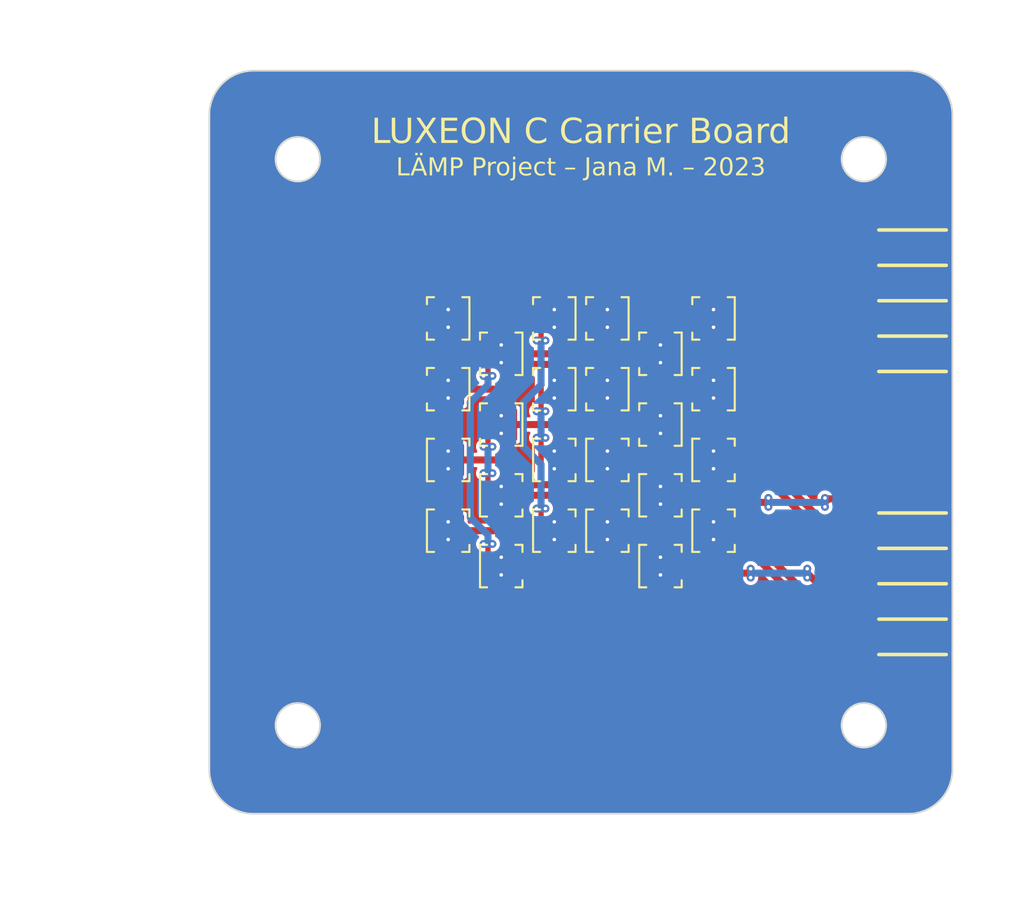
<source format=kicad_pcb>
(kicad_pcb (version 20221018) (generator pcbnew)
  (layers (0 "F.Cu" signal) (31 "B.Cu" signal) (34 "B.Paste" user) (35 "F.Paste" user) (36 "B.SilkS" user "B.Silkscreen") (37 "F.SilkS" user "F.Silkscreen") (38 "B.Mask" user) (39 "F.Mask" user) (44 "Edge.Cuts" user))
  (net 0 "")
  (net 1 "Y+")
  (net 2 "V+")
  (net 3 "W+")
  (net 4 "R+")
  (net 5 "G+")
  (net 6 "B+")
  (net 7 "Net-(P1-Pad2)")
  (net 8 "GND")
  (net 9 "Net-(P2-Pad2)")
  (net 10 "Net-(P3-Pad2)")
  (net 11 "Net-(P10-Pad1)")
  (net 12 "Net-(P11-Pad1)")
  (net 13 "Net-(P12-Pad1)")
  (net 14 "Net-(P13-Pad1)")
  (net 15 "Net-(P14-Pad1)")
  (net 16 "Net-(P15-Pad1)")
  (net 17 "Net-(P10-Pad2)")
  (net 18 "Net-(P11-Pad2)")
  (net 19 "Net-(P12-Pad2)")
  (net 20 "Net-(P13-Pad2)")
  (net 21 "Net-(P14-Pad2)")
  (net 22 "Net-(P15-Pad2)")
  (net 23 "Net-(P16-Pad2)")
  (net 24 "Net-(P17-Pad2)")
  (net 25 "Net-(P18-Pad2)")
  (net 26 "B-")
  (net 27 "G-")
  (net 28 "R-")
  (net 29 "W-")
  (net 30 "V-")
  (net 31 "Y-")
  (footprint "otter:CONN_1x06_SMD_SIDE" (layer "F.Cu") (at 93.75 67 180)
    (fp_text reference "J1" hide)
    (fp_text value "Pos")
    (fp_line (start -1.905 -4) (end 1.905 -4) (stroke (width 0.2)) (layer "F.SilkS"))
    (fp_line (start -1.905 -2) (end 1.905 -2) (stroke (width 0.2)) (layer "F.SilkS"))
    (fp_line (start -1.905 0) (end 1.905 0) (stroke (width 0.2)) (layer "F.SilkS"))
    (fp_line (start -1.905 2) (end 1.905 2) (stroke (width 0.2)) (layer "F.SilkS"))
    (fp_line (start -1.905 4) (end 1.905 4) (stroke (width 0.2)) (layer "F.SilkS"))
    (pad "1" smd roundrect (at 0 -5 180) (size 3.81 1.524) (layers "F.Cu" "F.Paste" "F.Mask") (net 1 "Y+"))
    (pad "2" smd roundrect (at 0 -3 180) (size 3.81 1.524) (layers "F.Cu" "F.Paste" "F.Mask") (net 2 "V+"))
    (pad "3" smd roundrect (at 0 -1 180) (size 3.81 1.524) (layers "F.Cu" "F.Paste" "F.Mask") (net 3 "W+"))
    (pad "4" smd roundrect (at 0 1 180) (size 3.81 1.524) (layers "F.Cu" "F.Paste" "F.Mask") (net 4 "R+"))
    (pad "5" smd roundrect (at 0 3 180) (size 3.81 1.524) (layers "F.Cu" "F.Paste" "F.Mask") (net 5 "G+"))
    (pad "6" smd roundrect (at 0 5 180) (size 3.81 1.524) (layers "F.Cu" "F.Paste" "F.Mask") (net 6 "B+"))
  )
  (footprint "otter:luxeon-c" (layer "F.Cu") (at 79.5 70 180)
    (fp_text reference "P4" hide)
    (fp_text value "luxeon-c")
    (fp_line (start -1.2 -1.2) (end -1.2 1.2) (stroke (width 0.12)) (layer "F.SilkS"))
    (fp_line (start -1.2 -1.2) (end -0.8 -1.2) (stroke (width 0.12)) (layer "F.SilkS"))
    (fp_line (start -0.8 1.2) (end -1.2 1.2) (stroke (width 0.12)) (layer "F.SilkS"))
    (fp_line (start 0.8 -1.2) (end 1.2 -1.2) (stroke (width 0.12)) (layer "F.SilkS"))
    (fp_line (start 0.8 1.2) (end 1.2 1.2) (stroke (width 0.12)) (layer "F.SilkS"))
    (fp_line (start 1.2 -0.8) (end 1.2 -1.2) (stroke (width 0.12)) (layer "F.SilkS"))
    (fp_line (start 1.2 0.8) (end 1.2 1.2) (stroke (width 0.12)) (layer "F.SilkS"))
    (pad "1" smd roundrect (at -0.75 0 180) (size 0.3 1.8) (layers "F.Cu" "F.Paste" "F.Mask") (net 4 "R+"))
    (pad "2" smd roundrect (at 0.75 0 180) (size 0.3 1.8) (layers "F.Cu" "F.Paste" "F.Mask") (net 11 "Net-(P10-Pad1)"))
    (pad "3" smd roundrect (at 0 0 180) (size 0.6 1.8) (layers "F.Cu" "F.Paste" "F.Mask") (net 8 "GND"))
  )
  (footprint "otter:luxeon-c" (layer "F.Cu") (at 67.5 68 180)
    (fp_text reference "P12" hide)
    (fp_text value "luxeon-c")
    (fp_line (start -1.2 -1.2) (end -1.2 1.2) (stroke (width 0.12)) (layer "F.SilkS"))
    (fp_line (start -1.2 -1.2) (end -0.8 -1.2) (stroke (width 0.12)) (layer "F.SilkS"))
    (fp_line (start -0.8 1.2) (end -1.2 1.2) (stroke (width 0.12)) (layer "F.SilkS"))
    (fp_line (start 0.8 -1.2) (end 1.2 -1.2) (stroke (width 0.12)) (layer "F.SilkS"))
    (fp_line (start 0.8 1.2) (end 1.2 1.2) (stroke (width 0.12)) (layer "F.SilkS"))
    (fp_line (start 1.2 -0.8) (end 1.2 -1.2) (stroke (width 0.12)) (layer "F.SilkS"))
    (fp_line (start 1.2 0.8) (end 1.2 1.2) (stroke (width 0.12)) (layer "F.SilkS"))
    (pad "1" smd roundrect (at -0.75 0 180) (size 0.3 1.8) (layers "F.Cu" "F.Paste" "F.Mask") (net 13 "Net-(P12-Pad1)"))
    (pad "2" smd roundrect (at 0.75 0 180) (size 0.3 1.8) (layers "F.Cu" "F.Paste" "F.Mask") (net 19 "Net-(P12-Pad2)"))
    (pad "3" smd roundrect (at 0 0 180) (size 0.6 1.8) (layers "F.Cu" "F.Paste" "F.Mask") (net 8 "GND"))
  )
  (footprint "otter:luxeon-c" (layer "F.Cu") (at 70.5 82)
    (fp_text reference "P16" hide)
    (fp_text value "luxeon-c")
    (fp_line (start -1.2 -1.2) (end -1.2 1.2) (stroke (width 0.12)) (layer "F.SilkS"))
    (fp_line (start -1.2 -1.2) (end -0.8 -1.2) (stroke (width 0.12)) (layer "F.SilkS"))
    (fp_line (start -0.8 1.2) (end -1.2 1.2) (stroke (width 0.12)) (layer "F.SilkS"))
    (fp_line (start 0.8 -1.2) (end 1.2 -1.2) (stroke (width 0.12)) (layer "F.SilkS"))
    (fp_line (start 0.8 1.2) (end 1.2 1.2) (stroke (width 0.12)) (layer "F.SilkS"))
    (fp_line (start 1.2 -0.8) (end 1.2 -1.2) (stroke (width 0.12)) (layer "F.SilkS"))
    (fp_line (start 1.2 0.8) (end 1.2 1.2) (stroke (width 0.12)) (layer "F.SilkS"))
    (pad "1" smd roundrect (at -0.75 0) (size 0.3 1.8) (layers "F.Cu" "F.Paste" "F.Mask") (net 17 "Net-(P10-Pad2)"))
    (pad "2" smd roundrect (at 0.75 0) (size 0.3 1.8) (layers "F.Cu" "F.Paste" "F.Mask") (net 23 "Net-(P16-Pad2)"))
    (pad "3" smd roundrect (at 0 0) (size 0.6 1.8) (layers "F.Cu" "F.Paste" "F.Mask") (net 8 "GND"))
  )
  (footprint "otter:luxeon-c" (layer "F.Cu") (at 70.5 78)
    (fp_text reference "P13" hide)
    (fp_text value "luxeon-c")
    (fp_line (start -1.2 -1.2) (end -1.2 1.2) (stroke (width 0.12)) (layer "F.SilkS"))
    (fp_line (start -1.2 -1.2) (end -0.8 -1.2) (stroke (width 0.12)) (layer "F.SilkS"))
    (fp_line (start -0.8 1.2) (end -1.2 1.2) (stroke (width 0.12)) (layer "F.SilkS"))
    (fp_line (start 0.8 -1.2) (end 1.2 -1.2) (stroke (width 0.12)) (layer "F.SilkS"))
    (fp_line (start 0.8 1.2) (end 1.2 1.2) (stroke (width 0.12)) (layer "F.SilkS"))
    (fp_line (start 1.2 -0.8) (end 1.2 -1.2) (stroke (width 0.12)) (layer "F.SilkS"))
    (fp_line (start 1.2 0.8) (end 1.2 1.2) (stroke (width 0.12)) (layer "F.SilkS"))
    (pad "1" smd roundrect (at -0.75 0) (size 0.3 1.8) (layers "F.Cu" "F.Paste" "F.Mask") (net 14 "Net-(P13-Pad1)"))
    (pad "2" smd roundrect (at 0.75 0) (size 0.3 1.8) (layers "F.Cu" "F.Paste" "F.Mask") (net 20 "Net-(P13-Pad2)"))
    (pad "3" smd roundrect (at 0 0) (size 0.6 1.8) (layers "F.Cu" "F.Paste" "F.Mask") (net 8 "GND"))
  )
  (footprint "otter:luxeon-c" (layer "F.Cu") (at 76.5 76)
    (fp_text reference "P21" hide)
    (fp_text value "luxeon-c")
    (fp_line (start -1.2 -1.2) (end -1.2 1.2) (stroke (width 0.12)) (layer "F.SilkS"))
    (fp_line (start -1.2 -1.2) (end -0.8 -1.2) (stroke (width 0.12)) (layer "F.SilkS"))
    (fp_line (start -0.8 1.2) (end -1.2 1.2) (stroke (width 0.12)) (layer "F.SilkS"))
    (fp_line (start 0.8 -1.2) (end 1.2 -1.2) (stroke (width 0.12)) (layer "F.SilkS"))
    (fp_line (start 0.8 1.2) (end 1.2 1.2) (stroke (width 0.12)) (layer "F.SilkS"))
    (fp_line (start 1.2 -0.8) (end 1.2 -1.2) (stroke (width 0.12)) (layer "F.SilkS"))
    (fp_line (start 1.2 0.8) (end 1.2 1.2) (stroke (width 0.12)) (layer "F.SilkS"))
    (pad "1" smd roundrect (at -0.75 0) (size 0.3 1.8) (layers "F.Cu" "F.Paste" "F.Mask") (net 22 "Net-(P15-Pad2)"))
    (pad "2" smd roundrect (at 0.75 0) (size 0.3 1.8) (layers "F.Cu" "F.Paste" "F.Mask") (net 29 "W-"))
    (pad "3" smd roundrect (at 0 0) (size 0.6 1.8) (layers "F.Cu" "F.Paste" "F.Mask") (net 8 "GND"))
  )
  (footprint "otter:luxeon-c" (layer "F.Cu") (at 70.5 70 180)
    (fp_text reference "P10" hide)
    (fp_text value "luxeon-c")
    (fp_line (start -1.2 -1.2) (end -1.2 1.2) (stroke (width 0.12)) (layer "F.SilkS"))
    (fp_line (start -1.2 -1.2) (end -0.8 -1.2) (stroke (width 0.12)) (layer "F.SilkS"))
    (fp_line (start -0.8 1.2) (end -1.2 1.2) (stroke (width 0.12)) (layer "F.SilkS"))
    (fp_line (start 0.8 -1.2) (end 1.2 -1.2) (stroke (width 0.12)) (layer "F.SilkS"))
    (fp_line (start 0.8 1.2) (end 1.2 1.2) (stroke (width 0.12)) (layer "F.SilkS"))
    (fp_line (start 1.2 -0.8) (end 1.2 -1.2) (stroke (width 0.12)) (layer "F.SilkS"))
    (fp_line (start 1.2 0.8) (end 1.2 1.2) (stroke (width 0.12)) (layer "F.SilkS"))
    (pad "1" smd roundrect (at -0.75 0 180) (size 0.3 1.8) (layers "F.Cu" "F.Paste" "F.Mask") (net 11 "Net-(P10-Pad1)"))
    (pad "2" smd roundrect (at 0.75 0 180) (size 0.3 1.8) (layers "F.Cu" "F.Paste" "F.Mask") (net 17 "Net-(P10-Pad2)"))
    (pad "3" smd roundrect (at 0 0 180) (size 0.6 1.8) (layers "F.Cu" "F.Paste" "F.Mask") (net 8 "GND"))
  )
  (footprint "otter:luxeon-c" (layer "F.Cu") (at 82.5 72 180)
    (fp_text reference "P2" hide)
    (fp_text value "luxeon-c")
    (fp_line (start -1.2 -1.2) (end -1.2 1.2) (stroke (width 0.12)) (layer "F.SilkS"))
    (fp_line (start -1.2 -1.2) (end -0.8 -1.2) (stroke (width 0.12)) (layer "F.SilkS"))
    (fp_line (start -0.8 1.2) (end -1.2 1.2) (stroke (width 0.12)) (layer "F.SilkS"))
    (fp_line (start 0.8 -1.2) (end 1.2 -1.2) (stroke (width 0.12)) (layer "F.SilkS"))
    (fp_line (start 0.8 1.2) (end 1.2 1.2) (stroke (width 0.12)) (layer "F.SilkS"))
    (fp_line (start 1.2 -0.8) (end 1.2 -1.2) (stroke (width 0.12)) (layer "F.SilkS"))
    (fp_line (start 1.2 0.8) (end 1.2 1.2) (stroke (width 0.12)) (layer "F.SilkS"))
    (pad "1" smd roundrect (at -0.75 0 180) (size 0.3 1.8) (layers "F.Cu" "F.Paste" "F.Mask") (net 2 "V+"))
    (pad "2" smd roundrect (at 0.75 0 180) (size 0.3 1.8) (layers "F.Cu" "F.Paste" "F.Mask") (net 9 "Net-(P2-Pad2)"))
    (pad "3" smd roundrect (at 0 0 180) (size 0.6 1.8) (layers "F.Cu" "F.Paste" "F.Mask") (net 8 "GND"))
  )
  (footprint "otter:luxeon-c" (layer "F.Cu") (at 79.5 74 180)
    (fp_text reference "P1" hide)
    (fp_text value "luxeon-c")
    (fp_line (start -1.2 -1.2) (end -1.2 1.2) (stroke (width 0.12)) (layer "F.SilkS"))
    (fp_line (start -1.2 -1.2) (end -0.8 -1.2) (stroke (width 0.12)) (layer "F.SilkS"))
    (fp_line (start -0.8 1.2) (end -1.2 1.2) (stroke (width 0.12)) (layer "F.SilkS"))
    (fp_line (start 0.8 -1.2) (end 1.2 -1.2) (stroke (width 0.12)) (layer "F.SilkS"))
    (fp_line (start 0.8 1.2) (end 1.2 1.2) (stroke (width 0.12)) (layer "F.SilkS"))
    (fp_line (start 1.2 -0.8) (end 1.2 -1.2) (stroke (width 0.12)) (layer "F.SilkS"))
    (fp_line (start 1.2 0.8) (end 1.2 1.2) (stroke (width 0.12)) (layer "F.SilkS"))
    (pad "1" smd roundrect (at -0.75 0 180) (size 0.3 1.8) (layers "F.Cu" "F.Paste" "F.Mask") (net 1 "Y+"))
    (pad "2" smd roundrect (at 0.75 0 180) (size 0.3 1.8) (layers "F.Cu" "F.Paste" "F.Mask") (net 7 "Net-(P1-Pad2)"))
    (pad "3" smd roundrect (at 0 0 180) (size 0.6 1.8) (layers "F.Cu" "F.Paste" "F.Mask") (net 8 "GND"))
  )
  (footprint "otter:luxeon-c" (layer "F.Cu") (at 67.5 80)
    (fp_text reference "P18" hide)
    (fp_text value "luxeon-c")
    (fp_line (start -1.2 -1.2) (end -1.2 1.2) (stroke (width 0.12)) (layer "F.SilkS"))
    (fp_line (start -1.2 -1.2) (end -0.8 -1.2) (stroke (width 0.12)) (layer "F.SilkS"))
    (fp_line (start -0.8 1.2) (end -1.2 1.2) (stroke (width 0.12)) (layer "F.SilkS"))
    (fp_line (start 0.8 -1.2) (end 1.2 -1.2) (stroke (width 0.12)) (layer "F.SilkS"))
    (fp_line (start 0.8 1.2) (end 1.2 1.2) (stroke (width 0.12)) (layer "F.SilkS"))
    (fp_line (start 1.2 -0.8) (end 1.2 -1.2) (stroke (width 0.12)) (layer "F.SilkS"))
    (fp_line (start 1.2 0.8) (end 1.2 1.2) (stroke (width 0.12)) (layer "F.SilkS"))
    (pad "1" smd roundrect (at -0.75 0) (size 0.3 1.8) (layers "F.Cu" "F.Paste" "F.Mask") (net 19 "Net-(P12-Pad2)"))
    (pad "2" smd roundrect (at 0.75 0) (size 0.3 1.8) (layers "F.Cu" "F.Paste" "F.Mask") (net 25 "Net-(P18-Pad2)"))
    (pad "3" smd roundrect (at 0 0) (size 0.6 1.8) (layers "F.Cu" "F.Paste" "F.Mask") (net 8 "GND"))
  )
  (footprint "otter:luxeon-c" (layer "F.Cu") (at 67.5 76)
    (fp_text reference "P15" hide)
    (fp_text value "luxeon-c")
    (fp_line (start -1.2 -1.2) (end -1.2 1.2) (stroke (width 0.12)) (layer "F.SilkS"))
    (fp_line (start -1.2 -1.2) (end -0.8 -1.2) (stroke (width 0.12)) (layer "F.SilkS"))
    (fp_line (start -0.8 1.2) (end -1.2 1.2) (stroke (width 0.12)) (layer "F.SilkS"))
    (fp_line (start 0.8 -1.2) (end 1.2 -1.2) (stroke (width 0.12)) (layer "F.SilkS"))
    (fp_line (start 0.8 1.2) (end 1.2 1.2) (stroke (width 0.12)) (layer "F.SilkS"))
    (fp_line (start 1.2 -0.8) (end 1.2 -1.2) (stroke (width 0.12)) (layer "F.SilkS"))
    (fp_line (start 1.2 0.8) (end 1.2 1.2) (stroke (width 0.12)) (layer "F.SilkS"))
    (pad "1" smd roundrect (at -0.75 0) (size 0.3 1.8) (layers "F.Cu" "F.Paste" "F.Mask") (net 16 "Net-(P15-Pad1)"))
    (pad "2" smd roundrect (at 0.75 0) (size 0.3 1.8) (layers "F.Cu" "F.Paste" "F.Mask") (net 22 "Net-(P15-Pad2)"))
    (pad "3" smd roundrect (at 0 0) (size 0.6 1.8) (layers "F.Cu" "F.Paste" "F.Mask") (net 8 "GND"))
  )
  (footprint "otter:luxeon-c" (layer "F.Cu") (at 73.5 76)
    (fp_text reference "P14" hide)
    (fp_text value "luxeon-c")
    (fp_line (start -1.2 -1.2) (end -1.2 1.2) (stroke (width 0.12)) (layer "F.SilkS"))
    (fp_line (start -1.2 -1.2) (end -0.8 -1.2) (stroke (width 0.12)) (layer "F.SilkS"))
    (fp_line (start -0.8 1.2) (end -1.2 1.2) (stroke (width 0.12)) (layer "F.SilkS"))
    (fp_line (start 0.8 -1.2) (end 1.2 -1.2) (stroke (width 0.12)) (layer "F.SilkS"))
    (fp_line (start 0.8 1.2) (end 1.2 1.2) (stroke (width 0.12)) (layer "F.SilkS"))
    (fp_line (start 1.2 -0.8) (end 1.2 -1.2) (stroke (width 0.12)) (layer "F.SilkS"))
    (fp_line (start 1.2 0.8) (end 1.2 1.2) (stroke (width 0.12)) (layer "F.SilkS"))
    (pad "1" smd roundrect (at -0.75 0) (size 0.3 1.8) (layers "F.Cu" "F.Paste" "F.Mask") (net 15 "Net-(P14-Pad1)"))
    (pad "2" smd roundrect (at 0.75 0) (size 0.3 1.8) (layers "F.Cu" "F.Paste" "F.Mask") (net 21 "Net-(P14-Pad2)"))
    (pad "3" smd roundrect (at 0 0) (size 0.6 1.8) (layers "F.Cu" "F.Paste" "F.Mask") (net 8 "GND"))
  )
  (footprint "otter:luxeon-c" (layer "F.Cu") (at 67.5 72 180)
    (fp_text reference "P9" hide)
    (fp_text value "luxeon-c")
    (fp_line (start -1.2 -1.2) (end -1.2 1.2) (stroke (width 0.12)) (layer "F.SilkS"))
    (fp_line (start -1.2 -1.2) (end -0.8 -1.2) (stroke (width 0.12)) (layer "F.SilkS"))
    (fp_line (start -0.8 1.2) (end -1.2 1.2) (stroke (width 0.12)) (layer "F.SilkS"))
    (fp_line (start 0.8 -1.2) (end 1.2 -1.2) (stroke (width 0.12)) (layer "F.SilkS"))
    (fp_line (start 0.8 1.2) (end 1.2 1.2) (stroke (width 0.12)) (layer "F.SilkS"))
    (fp_line (start 1.2 -0.8) (end 1.2 -1.2) (stroke (width 0.12)) (layer "F.SilkS"))
    (fp_line (start 1.2 0.8) (end 1.2 1.2) (stroke (width 0.12)) (layer "F.SilkS"))
    (pad "1" smd roundrect (at -0.75 0 180) (size 0.3 1.8) (layers "F.Cu" "F.Paste" "F.Mask") (net 10 "Net-(P3-Pad2)"))
    (pad "2" smd roundrect (at 0.75 0 180) (size 0.3 1.8) (layers "F.Cu" "F.Paste" "F.Mask") (net 16 "Net-(P15-Pad1)"))
    (pad "3" smd roundrect (at 0 0 180) (size 0.6 1.8) (layers "F.Cu" "F.Paste" "F.Mask") (net 8 "GND"))
  )
  (footprint "otter:CONN_1x06_SMD_SIDE" (layer "F.Cu") (at 93.75 83)
    (fp_text reference "J2" hide)
    (fp_text value "Neg")
    (fp_line (start -1.905 -4) (end 1.905 -4) (stroke (width 0.2)) (layer "F.SilkS"))
    (fp_line (start -1.905 -2) (end 1.905 -2) (stroke (width 0.2)) (layer "F.SilkS"))
    (fp_line (start -1.905 0) (end 1.905 0) (stroke (width 0.2)) (layer "F.SilkS"))
    (fp_line (start -1.905 2) (end 1.905 2) (stroke (width 0.2)) (layer "F.SilkS"))
    (fp_line (start -1.905 4) (end 1.905 4) (stroke (width 0.2)) (layer "F.SilkS"))
    (pad "1" smd roundrect (at 0 -5) (size 3.81 1.524) (layers "F.Cu" "F.Paste" "F.Mask") (net 31 "Y-"))
    (pad "2" smd roundrect (at 0 -3) (size 3.81 1.524) (layers "F.Cu" "F.Paste" "F.Mask") (net 30 "V-"))
    (pad "3" smd roundrect (at 0 -1) (size 3.81 1.524) (layers "F.Cu" "F.Paste" "F.Mask") (net 29 "W-"))
    (pad "4" smd roundrect (at 0 1) (size 3.81 1.524) (layers "F.Cu" "F.Paste" "F.Mask") (net 28 "R-"))
    (pad "5" smd roundrect (at 0 3) (size 3.81 1.524) (layers "F.Cu" "F.Paste" "F.Mask") (net 27 "G-"))
    (pad "6" smd roundrect (at 0 5) (size 3.81 1.524) (layers "F.Cu" "F.Paste" "F.Mask") (net 26 "B-"))
  )
  (footprint "otter:luxeon-c" (layer "F.Cu") (at 82.5 80)
    (fp_text reference "P23" hide)
    (fp_text value "luxeon-c")
    (fp_line (start -1.2 -1.2) (end -1.2 1.2) (stroke (width 0.12)) (layer "F.SilkS"))
    (fp_line (start -1.2 -1.2) (end -0.8 -1.2) (stroke (width 0.12)) (layer "F.SilkS"))
    (fp_line (start -0.8 1.2) (end -1.2 1.2) (stroke (width 0.12)) (layer "F.SilkS"))
    (fp_line (start 0.8 -1.2) (end 1.2 -1.2) (stroke (width 0.12)) (layer "F.SilkS"))
    (fp_line (start 0.8 1.2) (end 1.2 1.2) (stroke (width 0.12)) (layer "F.SilkS"))
    (fp_line (start 1.2 -0.8) (end 1.2 -1.2) (stroke (width 0.12)) (layer "F.SilkS"))
    (fp_line (start 1.2 0.8) (end 1.2 1.2) (stroke (width 0.12)) (layer "F.SilkS"))
    (pad "1" smd roundrect (at -0.75 0) (size 0.3 1.8) (layers "F.Cu" "F.Paste" "F.Mask") (net 24 "Net-(P17-Pad2)"))
    (pad "2" smd roundrect (at 0.75 0) (size 0.3 1.8) (layers "F.Cu" "F.Paste" "F.Mask") (net 27 "G-"))
    (pad "3" smd roundrect (at 0 0) (size 0.6 1.8) (layers "F.Cu" "F.Paste" "F.Mask") (net 8 "GND"))
  )
  (footprint "otter:luxeon-c" (layer "F.Cu") (at 82.5 76)
    (fp_text reference "P20" hide)
    (fp_text value "luxeon-c")
    (fp_line (start -1.2 -1.2) (end -1.2 1.2) (stroke (width 0.12)) (layer "F.SilkS"))
    (fp_line (start -1.2 -1.2) (end -0.8 -1.2) (stroke (width 0.12)) (layer "F.SilkS"))
    (fp_line (start -0.8 1.2) (end -1.2 1.2) (stroke (width 0.12)) (layer "F.SilkS"))
    (fp_line (start 0.8 -1.2) (end 1.2 -1.2) (stroke (width 0.12)) (layer "F.SilkS"))
    (fp_line (start 0.8 1.2) (end 1.2 1.2) (stroke (width 0.12)) (layer "F.SilkS"))
    (fp_line (start 1.2 -0.8) (end 1.2 -1.2) (stroke (width 0.12)) (layer "F.SilkS"))
    (fp_line (start 1.2 0.8) (end 1.2 1.2) (stroke (width 0.12)) (layer "F.SilkS"))
    (pad "1" smd roundrect (at -0.75 0) (size 0.3 1.8) (layers "F.Cu" "F.Paste" "F.Mask") (net 21 "Net-(P14-Pad2)"))
    (pad "2" smd roundrect (at 0.75 0) (size 0.3 1.8) (layers "F.Cu" "F.Paste" "F.Mask") (net 30 "V-"))
    (pad "3" smd roundrect (at 0 0) (size 0.6 1.8) (layers "F.Cu" "F.Paste" "F.Mask") (net 8 "GND"))
  )
  (footprint "otter:luxeon-c" (layer "F.Cu") (at 73.5 68 180)
    (fp_text reference "P11" hide)
    (fp_text value "luxeon-c")
    (fp_line (start -1.2 -1.2) (end -1.2 1.2) (stroke (width 0.12)) (layer "F.SilkS"))
    (fp_line (start -1.2 -1.2) (end -0.8 -1.2) (stroke (width 0.12)) (layer "F.SilkS"))
    (fp_line (start -0.8 1.2) (end -1.2 1.2) (stroke (width 0.12)) (layer "F.SilkS"))
    (fp_line (start 0.8 -1.2) (end 1.2 -1.2) (stroke (width 0.12)) (layer "F.SilkS"))
    (fp_line (start 0.8 1.2) (end 1.2 1.2) (stroke (width 0.12)) (layer "F.SilkS"))
    (fp_line (start 1.2 -0.8) (end 1.2 -1.2) (stroke (width 0.12)) (layer "F.SilkS"))
    (fp_line (start 1.2 0.8) (end 1.2 1.2) (stroke (width 0.12)) (layer "F.SilkS"))
    (pad "1" smd roundrect (at -0.75 0 180) (size 0.3 1.8) (layers "F.Cu" "F.Paste" "F.Mask") (net 12 "Net-(P11-Pad1)"))
    (pad "2" smd roundrect (at 0.75 0 180) (size 0.3 1.8) (layers "F.Cu" "F.Paste" "F.Mask") (net 18 "Net-(P11-Pad2)"))
    (pad "3" smd roundrect (at 0 0 180) (size 0.6 1.8) (layers "F.Cu" "F.Paste" "F.Mask") (net 8 "GND"))
  )
  (footprint "otter:luxeon-c" (layer "F.Cu") (at 79.5 82)
    (fp_text reference "P22" hide)
    (fp_text value "luxeon-c")
    (fp_line (start -1.2 -1.2) (end -1.2 1.2) (stroke (width 0.12)) (layer "F.SilkS"))
    (fp_line (start -1.2 -1.2) (end -0.8 -1.2) (stroke (width 0.12)) (layer "F.SilkS"))
    (fp_line (start -0.8 1.2) (end -1.2 1.2) (stroke (width 0.12)) (layer "F.SilkS"))
    (fp_line (start 0.8 -1.2) (end 1.2 -1.2) (stroke (width 0.12)) (layer "F.SilkS"))
    (fp_line (start 0.8 1.2) (end 1.2 1.2) (stroke (width 0.12)) (layer "F.SilkS"))
    (fp_line (start 1.2 -0.8) (end 1.2 -1.2) (stroke (width 0.12)) (layer "F.SilkS"))
    (fp_line (start 1.2 0.8) (end 1.2 1.2) (stroke (width 0.12)) (layer "F.SilkS"))
    (pad "1" smd roundrect (at -0.75 0) (size 0.3 1.8) (layers "F.Cu" "F.Paste" "F.Mask") (net 23 "Net-(P16-Pad2)"))
    (pad "2" smd roundrect (at 0.75 0) (size 0.3 1.8) (layers "F.Cu" "F.Paste" "F.Mask") (net 28 "R-"))
    (pad "3" smd roundrect (at 0 0) (size 0.6 1.8) (layers "F.Cu" "F.Paste" "F.Mask") (net 8 "GND"))
  )
  (footprint "otter:luxeon-c" (layer "F.Cu") (at 82.5 68 180)
    (fp_text reference "P5" hide)
    (fp_text value "luxeon-c")
    (fp_line (start -1.2 -1.2) (end -1.2 1.2) (stroke (width 0.12)) (layer "F.SilkS"))
    (fp_line (start -1.2 -1.2) (end -0.8 -1.2) (stroke (width 0.12)) (layer "F.SilkS"))
    (fp_line (start -0.8 1.2) (end -1.2 1.2) (stroke (width 0.12)) (layer "F.SilkS"))
    (fp_line (start 0.8 -1.2) (end 1.2 -1.2) (stroke (width 0.12)) (layer "F.SilkS"))
    (fp_line (start 0.8 1.2) (end 1.2 1.2) (stroke (width 0.12)) (layer "F.SilkS"))
    (fp_line (start 1.2 -0.8) (end 1.2 -1.2) (stroke (width 0.12)) (layer "F.SilkS"))
    (fp_line (start 1.2 0.8) (end 1.2 1.2) (stroke (width 0.12)) (layer "F.SilkS"))
    (pad "1" smd roundrect (at -0.75 0 180) (size 0.3 1.8) (layers "F.Cu" "F.Paste" "F.Mask") (net 5 "G+"))
    (pad "2" smd roundrect (at 0.75 0 180) (size 0.3 1.8) (layers "F.Cu" "F.Paste" "F.Mask") (net 12 "Net-(P11-Pad1)"))
    (pad "3" smd roundrect (at 0 0 180) (size 0.6 1.8) (layers "F.Cu" "F.Paste" "F.Mask") (net 8 "GND"))
  )
  (footprint "otter:luxeon-c" (layer "F.Cu") (at 73.5 72 180)
    (fp_text reference "P8" hide)
    (fp_text value "luxeon-c")
    (fp_line (start -1.2 -1.2) (end -1.2 1.2) (stroke (width 0.12)) (layer "F.SilkS"))
    (fp_line (start -1.2 -1.2) (end -0.8 -1.2) (stroke (width 0.12)) (layer "F.SilkS"))
    (fp_line (start -0.8 1.2) (end -1.2 1.2) (stroke (width 0.12)) (layer "F.SilkS"))
    (fp_line (start 0.8 -1.2) (end 1.2 -1.2) (stroke (width 0.12)) (layer "F.SilkS"))
    (fp_line (start 0.8 1.2) (end 1.2 1.2) (stroke (width 0.12)) (layer "F.SilkS"))
    (fp_line (start 1.2 -0.8) (end 1.2 -1.2) (stroke (width 0.12)) (layer "F.SilkS"))
    (fp_line (start 1.2 0.8) (end 1.2 1.2) (stroke (width 0.12)) (layer "F.SilkS"))
    (pad "1" smd roundrect (at -0.75 0 180) (size 0.3 1.8) (layers "F.Cu" "F.Paste" "F.Mask") (net 9 "Net-(P2-Pad2)"))
    (pad "2" smd roundrect (at 0.75 0 180) (size 0.3 1.8) (layers "F.Cu" "F.Paste" "F.Mask") (net 15 "Net-(P14-Pad1)"))
    (pad "3" smd roundrect (at 0 0 180) (size 0.6 1.8) (layers "F.Cu" "F.Paste" "F.Mask") (net 8 "GND"))
  )
  (footprint "otter:luxeon-c" (layer "F.Cu") (at 76.5 72 180)
    (fp_text reference "P3" hide)
    (fp_text value "luxeon-c")
    (fp_line (start -1.2 -1.2) (end -1.2 1.2) (stroke (width 0.12)) (layer "F.SilkS"))
    (fp_line (start -1.2 -1.2) (end -0.8 -1.2) (stroke (width 0.12)) (layer "F.SilkS"))
    (fp_line (start -0.8 1.2) (end -1.2 1.2) (stroke (width 0.12)) (layer "F.SilkS"))
    (fp_line (start 0.8 -1.2) (end 1.2 -1.2) (stroke (width 0.12)) (layer "F.SilkS"))
    (fp_line (start 0.8 1.2) (end 1.2 1.2) (stroke (width 0.12)) (layer "F.SilkS"))
    (fp_line (start 1.2 -0.8) (end 1.2 -1.2) (stroke (width 0.12)) (layer "F.SilkS"))
    (fp_line (start 1.2 0.8) (end 1.2 1.2) (stroke (width 0.12)) (layer "F.SilkS"))
    (pad "1" smd roundrect (at -0.75 0 180) (size 0.3 1.8) (layers "F.Cu" "F.Paste" "F.Mask") (net 3 "W+"))
    (pad "2" smd roundrect (at 0.75 0 180) (size 0.3 1.8) (layers "F.Cu" "F.Paste" "F.Mask") (net 10 "Net-(P3-Pad2)"))
    (pad "3" smd roundrect (at 0 0 180) (size 0.6 1.8) (layers "F.Cu" "F.Paste" "F.Mask") (net 8 "GND"))
  )
  (footprint "otter:luxeon-c" (layer "F.Cu") (at 76.5 68 180)
    (fp_text reference "P6" hide)
    (fp_text value "luxeon-c")
    (fp_line (start -1.2 -1.2) (end -1.2 1.2) (stroke (width 0.12)) (layer "F.SilkS"))
    (fp_line (start -1.2 -1.2) (end -0.8 -1.2) (stroke (width 0.12)) (layer "F.SilkS"))
    (fp_line (start -0.8 1.2) (end -1.2 1.2) (stroke (width 0.12)) (layer "F.SilkS"))
    (fp_line (start 0.8 -1.2) (end 1.2 -1.2) (stroke (width 0.12)) (layer "F.SilkS"))
    (fp_line (start 0.8 1.2) (end 1.2 1.2) (stroke (width 0.12)) (layer "F.SilkS"))
    (fp_line (start 1.2 -0.8) (end 1.2 -1.2) (stroke (width 0.12)) (layer "F.SilkS"))
    (fp_line (start 1.2 0.8) (end 1.2 1.2) (stroke (width 0.12)) (layer "F.SilkS"))
    (pad "1" smd roundrect (at -0.75 0 180) (size 0.3 1.8) (layers "F.Cu" "F.Paste" "F.Mask") (net 6 "B+"))
    (pad "2" smd roundrect (at 0.75 0 180) (size 0.3 1.8) (layers "F.Cu" "F.Paste" "F.Mask") (net 13 "Net-(P12-Pad1)"))
    (pad "3" smd roundrect (at 0 0 180) (size 0.6 1.8) (layers "F.Cu" "F.Paste" "F.Mask") (net 8 "GND"))
  )
  (footprint "otter:luxeon-c" (layer "F.Cu") (at 79.5 78)
    (fp_text reference "P19" hide)
    (fp_text value "luxeon-c")
    (fp_line (start -1.2 -1.2) (end -1.2 1.2) (stroke (width 0.12)) (layer "F.SilkS"))
    (fp_line (start -1.2 -1.2) (end -0.8 -1.2) (stroke (width 0.12)) (layer "F.SilkS"))
    (fp_line (start -0.8 1.2) (end -1.2 1.2) (stroke (width 0.12)) (layer "F.SilkS"))
    (fp_line (start 0.8 -1.2) (end 1.2 -1.2) (stroke (width 0.12)) (layer "F.SilkS"))
    (fp_line (start 0.8 1.2) (end 1.2 1.2) (stroke (width 0.12)) (layer "F.SilkS"))
    (fp_line (start 1.2 -0.8) (end 1.2 -1.2) (stroke (width 0.12)) (layer "F.SilkS"))
    (fp_line (start 1.2 0.8) (end 1.2 1.2) (stroke (width 0.12)) (layer "F.SilkS"))
    (pad "1" smd roundrect (at -0.75 0) (size 0.3 1.8) (layers "F.Cu" "F.Paste" "F.Mask") (net 20 "Net-(P13-Pad2)"))
    (pad "2" smd roundrect (at 0.75 0) (size 0.3 1.8) (layers "F.Cu" "F.Paste" "F.Mask") (net 31 "Y-"))
    (pad "3" smd roundrect (at 0 0) (size 0.6 1.8) (layers "F.Cu" "F.Paste" "F.Mask") (net 8 "GND"))
  )
  (footprint "otter:luxeon-c" (layer "F.Cu") (at 73.5 80)
    (fp_text reference "P17" hide)
    (fp_text value "luxeon-c")
    (fp_line (start -1.2 -1.2) (end -1.2 1.2) (stroke (width 0.12)) (layer "F.SilkS"))
    (fp_line (start -1.2 -1.2) (end -0.8 -1.2) (stroke (width 0.12)) (layer "F.SilkS"))
    (fp_line (start -0.8 1.2) (end -1.2 1.2) (stroke (width 0.12)) (layer "F.SilkS"))
    (fp_line (start 0.8 -1.2) (end 1.2 -1.2) (stroke (width 0.12)) (layer "F.SilkS"))
    (fp_line (start 0.8 1.2) (end 1.2 1.2) (stroke (width 0.12)) (layer "F.SilkS"))
    (fp_line (start 1.2 -0.8) (end 1.2 -1.2) (stroke (width 0.12)) (layer "F.SilkS"))
    (fp_line (start 1.2 0.8) (end 1.2 1.2) (stroke (width 0.12)) (layer "F.SilkS"))
    (pad "1" smd roundrect (at -0.75 0) (size 0.3 1.8) (layers "F.Cu" "F.Paste" "F.Mask") (net 18 "Net-(P11-Pad2)"))
    (pad "2" smd roundrect (at 0.75 0) (size 0.3 1.8) (layers "F.Cu" "F.Paste" "F.Mask") (net 24 "Net-(P17-Pad2)"))
    (pad "3" smd roundrect (at 0 0) (size 0.6 1.8) (layers "F.Cu" "F.Paste" "F.Mask") (net 8 "GND"))
  )
  (footprint "otter:luxeon-c" (layer "F.Cu") (at 76.5 80)
    (fp_text reference "P24" hide)
    (fp_text value "luxeon-c")
    (fp_line (start -1.2 -1.2) (end -1.2 1.2) (stroke (width 0.12)) (layer "F.SilkS"))
    (fp_line (start -1.2 -1.2) (end -0.8 -1.2) (stroke (width 0.12)) (layer "F.SilkS"))
    (fp_line (start -0.8 1.2) (end -1.2 1.2) (stroke (width 0.12)) (layer "F.SilkS"))
    (fp_line (start 0.8 -1.2) (end 1.2 -1.2) (stroke (width 0.12)) (layer "F.SilkS"))
    (fp_line (start 0.8 1.2) (end 1.2 1.2) (stroke (width 0.12)) (layer "F.SilkS"))
    (fp_line (start 1.2 -0.8) (end 1.2 -1.2) (stroke (width 0.12)) (layer "F.SilkS"))
    (fp_line (start 1.2 0.8) (end 1.2 1.2) (stroke (width 0.12)) (layer "F.SilkS"))
    (pad "1" smd roundrect (at -0.75 0) (size 0.3 1.8) (layers "F.Cu" "F.Paste" "F.Mask") (net 25 "Net-(P18-Pad2)"))
    (pad "2" smd roundrect (at 0.75 0) (size 0.3 1.8) (layers "F.Cu" "F.Paste" "F.Mask") (net 26 "B-"))
    (pad "3" smd roundrect (at 0 0) (size 0.6 1.8) (layers "F.Cu" "F.Paste" "F.Mask") (net 8 "GND"))
  )
  (footprint "otter:luxeon-c" (layer "F.Cu") (at 70.5 74 180)
    (fp_text reference "P7" hide)
    (fp_text value "luxeon-c")
    (fp_line (start -1.2 -1.2) (end -1.2 1.2) (stroke (width 0.12)) (layer "F.SilkS"))
    (fp_line (start -1.2 -1.2) (end -0.8 -1.2) (stroke (width 0.12)) (layer "F.SilkS"))
    (fp_line (start -0.8 1.2) (end -1.2 1.2) (stroke (width 0.12)) (layer "F.SilkS"))
    (fp_line (start 0.8 -1.2) (end 1.2 -1.2) (stroke (width 0.12)) (layer "F.SilkS"))
    (fp_line (start 0.8 1.2) (end 1.2 1.2) (stroke (width 0.12)) (layer "F.SilkS"))
    (fp_line (start 1.2 -0.8) (end 1.2 -1.2) (stroke (width 0.12)) (layer "F.SilkS"))
    (fp_line (start 1.2 0.8) (end 1.2 1.2) (stroke (width 0.12)) (layer "F.SilkS"))
    (pad "1" smd roundrect (at -0.75 0 180) (size 0.3 1.8) (layers "F.Cu" "F.Paste" "F.Mask") (net 7 "Net-(P1-Pad2)"))
    (pad "2" smd roundrect (at 0.75 0 180) (size 0.3 1.8) (layers "F.Cu" "F.Paste" "F.Mask") (net 14 "Net-(P13-Pad1)"))
    (pad "3" smd roundrect (at 0 0 180) (size 0.6 1.8) (layers "F.Cu" "F.Paste" "F.Mask") (net 8 "GND"))
  )
  (gr_circle (center 59 59) (end 60.26 59) (stroke (width 0.1)) (fill none) (layer "Edge.Cuts"))
  (gr_arc (start 96 93.5) (mid 95.267767 95.267767) (end 93.5 96) (stroke (width 0.1)) (layer "Edge.Cuts"))
  (gr_arc (start 54 56.5) (mid 54.732233 54.732233) (end 56.5 54) (stroke (width 0.1)) (layer "Edge.Cuts"))
  (gr_line (start 96 56.5) (end 96 93.5) (stroke (width 0.1)) (layer "Edge.Cuts"))
  (gr_arc (start 56.5 96) (mid 54.732233 95.267767) (end 54 93.5) (stroke (width 0.1)) (layer "Edge.Cuts"))
  (gr_circle (center 91 59) (end 92.26 59) (stroke (width 0.1)) (fill none) (layer "Edge.Cuts"))
  (gr_circle (center 59 91) (end 60.26 91) (stroke (width 0.1)) (fill none) (layer "Edge.Cuts"))
  (gr_circle (center 91 91) (end 92.26 91) (stroke (width 0.1)) (fill none) (layer "Edge.Cuts"))
  (gr_line (start 93.5 96) (end 56.5 96) (stroke (width 0.1)) (layer "Edge.Cuts"))
  (gr_line (start 54 56.5) (end 54 93.5) (stroke (width 0.1)) (layer "Edge.Cuts"))
  (gr_arc (start 93.5 54) (mid 95.267767 54.732233) (end 96 56.5) (stroke (width 0.1)) (layer "Edge.Cuts"))
  (gr_line (start 93.5 54) (end 56.5 54) (stroke (width 0.1)) (layer "Edge.Cuts"))
  (gr_text "LÄMP Project – Jana M. – 2023" (at 75 59.5) (layer "F.SilkS") (effects (font (size 1 1) (thickness 0.12))))
  (gr_text "LUXEON C Carrier Board" (at 75 57.5) (layer "F.SilkS") (effects (font (size 1.4 1.4) (thickness 0.12))))
  (segment (start 85 72) (end 93.75 72) (width 0.4) (layer "F.Cu") (net 1))
  (segment (start 83 74) (end 85 72) (width 0.4) (layer "F.Cu") (net 1))
  (segment (start 80.4 74) (end 83 74) (width 0.4) (layer "F.Cu") (net 1))
  (segment (start 84.165536 72) (end 86.165536 70) (width 0.4) (layer "F.Cu") (net 2))
  (segment (start 86.165536 70) (end 93.75 70) (width 0.4) (layer "F.Cu") (net 2))
  (segment (start 83.4 72) (end 84.165536 72) (width 0.4) (layer "F.Cu") (net 2))
  (segment (start 81.689801 70.553501) (end 84.829267 70.553501) (width 0.4) (layer "F.Cu") (net 3))
  (segment (start 87.382768 68) (end 93.75 68) (width 0.4) (layer "F.Cu") (net 3))
  (segment (start 84.829267 70.553501) (end 87.382768 68) (width 0.4) (layer "F.Cu") (net 3))
  (segment (start 78.4 71.4) (end 80.843302 71.4) (width 0.4) (layer "F.Cu") (net 3))
  (segment (start 77.8 72) (end 78.4 71.4) (width 0.4) (layer "F.Cu") (net 3))
  (segment (start 80.843302 71.4) (end 81.689801 70.553501) (width 0.4) (layer "F.Cu") (net 3))
  (segment (start 77.4 72) (end 77.8 72) (width 0.4) (layer "F.Cu") (net 3))
  (segment (start 88.6 66) (end 93.75 66) (width 0.4) (layer "F.Cu") (net 4))
  (segment (start 80.4 70) (end 84.6 70) (width 0.4) (layer "F.Cu") (net 4))
  (segment (start 84.6 70) (end 88.6 66) (width 0.4) (layer "F.Cu") (net 4))
  (segment (start 83.4 68) (end 85.8 68) (width 0.4) (layer "F.Cu") (net 5))
  (segment (start 89.8 64) (end 93.75 64) (width 0.4) (layer "F.Cu") (net 5))
  (segment (start 85.8 68) (end 89.8 64) (width 0.4) (layer "F.Cu") (net 5))
  (segment (start 91 62) (end 93.75 62) (width 0.4) (layer "F.Cu") (net 6))
  (segment (start 86.5 66.5) (end 91 62) (width 0.4) (layer "F.Cu") (net 6))
  (segment (start 78 68) (end 79.5 66.5) (width 0.4) (layer "F.Cu") (net 6))
  (segment (start 79.5 66.5) (end 86.5 66.5) (width 0.4) (layer "F.Cu") (net 6))
  (segment (start 77.4 68) (end 78 68) (width 0.4) (layer "F.Cu") (net 6))
  (segment (start 78.6 74) (end 71.4 74) (width 0.4) (layer "F.Cu") (net 7))
  (via (at 76.5 72.5) (size 0.45) (drill 0.2) (layers "F.Cu" "B.Cu") (net 8))
  (via (at 82.5 79.5) (size 0.45) (drill 0.2) (layers "F.Cu" "B.Cu") (net 8))
  (via (at 79.5 73.5) (size 0.45) (drill 0.2) (layers "F.Cu" "B.Cu") (net 8))
  (via (at 70.5 70.5) (size 0.45) (drill 0.2) (layers "F.Cu" "B.Cu") (net 8))
  (via (at 73.5 71.5) (size 0.45) (drill 0.2) (layers "F.Cu" "B.Cu") (net 8))
  (via (at 79.5 74.5) (size 0.45) (drill 0.2) (layers "F.Cu" "B.Cu") (net 8))
  (via (at 82.5 76.5) (size 0.45) (drill 0.2) (layers "F.Cu" "B.Cu") (net 8))
  (via (at 82.5 68.5) (size 0.45) (drill 0.2) (layers "F.Cu" "B.Cu") (net 8))
  (via (at 73.5 76.5) (size 0.45) (drill 0.2) (layers "F.Cu" "B.Cu") (net 8))
  (via (at 67.5 68.5) (size 0.45) (drill 0.2) (layers "F.Cu" "B.Cu") (net 8))
  (via (at 73.5 67.5) (size 0.45) (drill 0.2) (layers "F.Cu" "B.Cu") (net 8))
  (via (at 67.5 76.5) (size 0.45) (drill 0.2) (layers "F.Cu" "B.Cu") (net 8))
  (via (at 73.5 75.5) (size 0.45) (drill 0.2) (layers "F.Cu" "B.Cu") (net 8))
  (via (at 76.5 68.5) (size 0.45) (drill 0.2) (layers "F.Cu" "B.Cu") (net 8))
  (via (at 70.5 73.5) (size 0.45) (drill 0.2) (layers "F.Cu" "B.Cu") (net 8))
  (via (at 67.5 80.5) (size 0.45) (drill 0.2) (layers "F.Cu" "B.Cu") (net 8))
  (via (at 70.5 81.5) (size 0.45) (drill 0.2) (layers "F.Cu" "B.Cu") (net 8))
  (via (at 79.5 82.5) (size 0.45) (drill 0.2) (layers "F.Cu" "B.Cu") (net 8))
  (via (at 82.5 67.5) (size 0.45) (drill 0.2) (layers "F.Cu" "B.Cu") (net 8))
  (via (at 79.5 70.5) (size 0.45) (drill 0.2) (layers "F.Cu" "B.Cu") (net 8))
  (via (at 79.5 77.5) (size 0.45) (drill 0.2) (layers "F.Cu" "B.Cu") (net 8))
  (via (at 76.5 75.5) (size 0.45) (drill 0.2) (layers "F.Cu" "B.Cu") (net 8))
  (via (at 67.5 72.5) (size 0.45) (drill 0.2) (layers "F.Cu" "B.Cu") (net 8))
  (via (at 82.5 72.5) (size 0.45) (drill 0.2) (layers "F.Cu" "B.Cu") (net 8))
  (via (at 82.5 75.5) (size 0.45) (drill 0.2) (layers "F.Cu" "B.Cu") (net 8))
  (via (at 76.5 79.5) (size 0.45) (drill 0.2) (layers "F.Cu" "B.Cu") (net 8))
  (via (at 76.5 71.5) (size 0.45) (drill 0.2) (layers "F.Cu" "B.Cu") (net 8))
  (via (at 79.5 69.5) (size 0.45) (drill 0.2) (layers "F.Cu" "B.Cu") (net 8))
  (via (at 73.5 68.5) (size 0.45) (drill 0.2) (layers "F.Cu" "B.Cu") (net 8))
  (via (at 67.5 71.5) (size 0.45) (drill 0.2) (layers "F.Cu" "B.Cu") (net 8))
  (via (at 67.5 75.5) (size 0.45) (drill 0.2) (layers "F.Cu" "B.Cu") (net 8))
  (via (at 70.5 78.5) (size 0.45) (drill 0.2) (layers "F.Cu" "B.Cu") (net 8))
  (via (at 67.5 79.5) (size 0.45) (drill 0.2) (layers "F.Cu" "B.Cu") (net 8))
  (via (at 76.5 80.5) (size 0.45) (drill 0.2) (layers "F.Cu" "B.Cu") (net 8))
  (via (at 79.5 81.5) (size 0.45) (drill 0.2) (layers "F.Cu" "B.Cu") (net 8))
  (via (at 79.5 78.5) (size 0.45) (drill 0.2) (layers "F.Cu" "B.Cu") (net 8))
  (via (at 70.5 77.5) (size 0.45) (drill 0.2) (layers "F.Cu" "B.Cu") (net 8))
  (via (at 82.5 71.5) (size 0.45) (drill 0.2) (layers "F.Cu" "B.Cu") (net 8))
  (via (at 82.5 80.5) (size 0.45) (drill 0.2) (layers "F.Cu" "B.Cu") (net 8))
  (via (at 76.5 76.5) (size 0.45) (drill 0.2) (layers "F.Cu" "B.Cu") (net 8))
  (via (at 73.5 72.5) (size 0.45) (drill 0.2) (layers "F.Cu" "B.Cu") (net 8))
  (via (at 76.5 67.5) (size 0.45) (drill 0.2) (layers "F.Cu" "B.Cu") (net 8))
  (via (at 70.5 74.5) (size 0.45) (drill 0.2) (layers "F.Cu" "B.Cu") (net 8))
  (via (at 70.5 82.5) (size 0.45) (drill 0.2) (layers "F.Cu" "B.Cu") (net 8))
  (via (at 67.5 67.5) (size 0.45) (drill 0.2) (layers "F.Cu" "B.Cu") (net 8))
  (via (at 73.5 79.5) (size 0.45) (drill 0.2) (layers "F.Cu" "B.Cu") (net 8))
  (via (at 70.5 69.5) (size 0.45) (drill 0.2) (layers "F.Cu" "B.Cu") (net 8))
  (via (at 73.5 80.5) (size 0.45) (drill 0.2) (layers "F.Cu" "B.Cu") (net 8))
  (segment (start 81.6 72) (end 79 72) (width 0.4) (layer "F.Cu") (net 9))
  (segment (start 74.6 73.4) (end 74.25 73.05) (width 0.4) (layer "F.Cu") (net 9))
  (segment (start 77.6 73.4) (end 74.6 73.4) (width 0.4) (layer "F.Cu") (net 9))
  (segment (start 79 72) (end 77.6 73.4) (width 0.4) (layer "F.Cu") (net 9))
  (segment (start 74.25 72.85) (end 74.25 72) (width 0.3) (layer "F.Cu") (net 9))
  (segment (start 74.25 73.05) (end 74.25 72.85) (width 0.3) (layer "F.Cu") (net 9))
  (segment (start 75.75 72) (end 75.75 70.95) (width 0.3) (layer "F.Cu") (net 10))
  (segment (start 75.75 70.95) (end 75.4 70.6) (width 0.4) (layer "F.Cu") (net 10))
  (segment (start 71 72) (end 68.4 72) (width 0.4) (layer "F.Cu") (net 10))
  (segment (start 75.4 70.6) (end 72.4 70.6) (width 0.4) (layer "F.Cu") (net 10))
  (segment (start 72.4 70.6) (end 71 72) (width 0.4) (layer "F.Cu") (net 10))
  (segment (start 78.6 70) (end 71.4 70) (width 0.4) (layer "F.Cu") (net 11))
  (segment (start 79.021651 68) (end 77.621651 69.4) (width 0.4) (layer "F.Cu") (net 12))
  (segment (start 74.25 69.05) (end 74.25 68) (width 0.3) (layer "F.Cu") (net 12))
  (segment (start 74.6 69.4) (end 74.25 69.05) (width 0.4) (layer "F.Cu") (net 12))
  (segment (start 81.6 68) (end 79.021651 68) (width 0.4) (layer "F.Cu") (net 12))
  (segment (start 77.621651 69.4) (end 74.6 69.4) (width 0.4) (layer "F.Cu") (net 12))
  (segment (start 75.4 66.6) (end 72.4 66.6) (width 0.4) (layer "F.Cu") (net 13))
  (segment (start 75.75 68) (end 75.75 67.15) (width 0.3) (layer "F.Cu") (net 13))
  (segment (start 75.75 66.95) (end 75.4 66.6) (width 0.4) (layer "F.Cu") (net 13))
  (segment (start 72.4 66.6) (end 71 68) (width 0.4) (layer "F.Cu") (net 13))
  (segment (start 75.75 67.15) (end 75.75 66.95) (width 0.3) (layer "F.Cu") (net 13))
  (segment (start 71 68) (end 68.4 68) (width 0.4) (layer "F.Cu") (net 13))
  (segment (start 69.5 76.75) (end 70 76.75) (width 0.4) (layer "F.Cu") (net 14))
  (segment (start 69.75 75.25) (end 69.75 74) (width 0.3) (layer "F.Cu") (net 14))
  (segment (start 69.5 75.25) (end 70 75.25) (width 0.4) (layer "F.Cu") (net 14))
  (segment (start 69.75 78) (end 69.75 76.75) (width 0.3) (layer "F.Cu") (net 14))
  (via (at 69.5 76.75) (size 0.45) (drill 0.2) (layers "F.Cu" "B.Cu") (net 14))
  (via (at 70 75.25) (size 0.45) (drill 0.2) (layers "F.Cu" "B.Cu") (net 14))
  (via (at 70 76.75) (size 0.45) (drill 0.2) (layers "F.Cu" "B.Cu") (net 14))
  (via (at 69.5 75.25) (size 0.45) (drill 0.2) (layers "F.Cu" "B.Cu") (net 14))
  (segment (start 69.5 75.25) (end 70 75.25) (width 0.4) (layer "B.Cu") (net 14))
  (segment (start 69.5 76.75) (end 70 76.75) (width 0.4) (layer "B.Cu") (net 14))
  (segment (start 69.75 76.75) (end 69.75 75.25) (width 0.4) (layer "B.Cu") (net 14))
  (segment (start 72.75 74.750001) (end 72.75 76) (width 0.3) (layer "F.Cu") (net 15))
  (segment (start 73 74.75) (end 72.5 74.75) (width 0.4) (layer "F.Cu") (net 15))
  (segment (start 72.5 73.25) (end 73 73.25) (width 0.4) (layer "F.Cu") (net 15))
  (segment (start 72.75 73.25) (end 72.75 72) (width 0.3) (layer "F.Cu") (net 15))
  (via (at 73 73.25) (size 0.45) (drill 0.2) (layers "F.Cu" "B.Cu") (net 15))
  (via (at 73 74.75) (size 0.45) (drill 0.2) (layers "F.Cu" "B.Cu") (net 15))
  (via (at 72.5 74.75) (size 0.45) (drill 0.2) (layers "F.Cu" "B.Cu") (net 15))
  (via (at 72.5 73.25) (size 0.45) (drill 0.2) (layers "F.Cu" "B.Cu") (net 15))
  (segment (start 72.5 74.75) (end 73 74.75) (width 0.4) (layer "B.Cu") (net 15))
  (segment (start 72.75 74.75) (end 72.75 73.25) (width 0.4) (layer "B.Cu") (net 15))
  (segment (start 72.5 73.25) (end 73 73.25) (width 0.4) (layer "B.Cu") (net 15))
  (segment (start 66.75 72) (end 66.75 73) (width 0.3) (layer "F.Cu") (net 16))
  (segment (start 66.75 75) (end 66.75 73) (width 0.4) (layer "F.Cu") (net 16))
  (segment (start 66.75 76) (end 66.75 75) (width 0.3) (layer "F.Cu") (net 16))
  (segment (start 69.5 71.25) (end 70 71.25) (width 0.4) (layer "F.Cu") (net 17))
  (segment (start 69.75 82) (end 69.75 80.75) (width 0.3) (layer "F.Cu") (net 17))
  (segment (start 69.75 71.25) (end 69.75 70) (width 0.3) (layer "F.Cu") (net 17))
  (segment (start 69.5 80.75) (end 70 80.75) (width 0.4) (layer "F.Cu") (net 17))
  (via (at 69.5 80.75) (size 0.45) (drill 0.2) (layers "F.Cu" "B.Cu") (net 17))
  (via (at 69.5 71.25) (size 0.45) (drill 0.2) (layers "F.Cu" "B.Cu") (net 17))
  (via (at 70 80.75) (size 0.45) (drill 0.2) (layers "F.Cu" "B.Cu") (net 17))
  (via (at 70 71.25) (size 0.45) (drill 0.2) (layers "F.Cu" "B.Cu") (net 17))
  (segment (start 69.75 80.25) (end 68.75 79.25) (width 0.4) (layer "B.Cu") (net 17))
  (segment (start 69.75 80.75) (end 69.75 80.25) (width 0.4) (layer "B.Cu") (net 17))
  (segment (start 69.75 71.75) (end 69.75 71.25) (width 0.4) (layer "B.Cu") (net 17))
  (segment (start 69.5 71.25) (end 70 71.25) (width 0.4) (layer "B.Cu") (net 17))
  (segment (start 68.75 72.75) (end 69.75 71.75) (width 0.4) (layer "B.Cu") (net 17))
  (segment (start 68.75 79.25) (end 68.75 72.75) (width 0.4) (layer "B.Cu") (net 17))
  (segment (start 69.5 80.75) (end 70 80.75) (width 0.4) (layer "B.Cu") (net 17))
  (segment (start 73 78.75) (end 72.5 78.75) (width 0.4) (layer "F.Cu") (net 18))
  (segment (start 72.75 78.750001) (end 72.75 80) (width 0.3) (layer "F.Cu") (net 18))
  (segment (start 72.75 69.25) (end 72.75 68) (width 0.3) (layer "F.Cu") (net 18))
  (segment (start 72.5 69.25) (end 73 69.25) (width 0.4) (layer "F.Cu") (net 18))
  (via (at 72.5 78.75) (size 0.45) (drill 0.2) (layers "F.Cu" "B.Cu") (net 18))
  (via (at 72.5 69.25) (size 0.45) (drill 0.2) (layers "F.Cu" "B.Cu") (net 18))
  (via (at 73 78.75) (size 0.45) (drill 0.2) (layers "F.Cu" "B.Cu") (net 18))
  (via (at 73 69.25) (size 0.45) (drill 0.2) (layers "F.Cu" "B.Cu") (net 18))
  (segment (start 71.75 75.25) (end 71.75 72.75) (width 0.4) (layer "B.Cu") (net 18))
  (segment (start 72.75 78.75) (end 73 78.75) (width 0.4) (layer "B.Cu") (net 18))
  (segment (start 72.75 69.25) (end 73 69.25) (width 0.4) (layer "B.Cu") (net 18))
  (segment (start 71.75 72.75) (end 72.75 71.75) (width 0.4) (layer "B.Cu") (net 18))
  (segment (start 72.75 76.25) (end 71.75 75.25) (width 0.4) (layer "B.Cu") (net 18))
  (segment (start 72.75 78.75) (end 72.75 76.25) (width 0.4) (layer "B.Cu") (net 18))
  (segment (start 72.5 78.75) (end 72.75 78.75) (width 0.4) (layer "B.Cu") (net 18))
  (segment (start 72.75 71.75) (end 72.75 69.25) (width 0.4) (layer "B.Cu") (net 18))
  (segment (start 72.5 69.25) (end 72.75 69.25) (width 0.4) (layer "B.Cu") (net 18))
  (segment (start 66.75 68) (end 66.75 69) (width 0.3) (layer "F.Cu") (net 19))
  (segment (start 66.75 80) (end 66.75 79) (width 0.3) (layer "F.Cu") (net 19))
  (segment (start 66 77) (end 66 71) (width 0.4) (layer "F.Cu") (net 19))
  (segment (start 66.75 70.25) (end 66.75 69) (width 0.4) (layer "F.Cu") (net 19))
  (segment (start 66.75 77.75) (end 66 77) (width 0.4) (layer "F.Cu") (net 19))
  (segment (start 66 71) (end 66.75 70.25) (width 0.4) (layer "F.Cu") (net 19))
  (segment (start 66.75 79) (end 66.75 77.75) (width 0.4) (layer "F.Cu") (net 19))
  (segment (start 78.6 78) (end 71.4 78) (width 0.4) (layer "F.Cu") (net 20))
  (segment (start 81.2 76) (end 80.646499 75.446499) (width 0.4) (layer "F.Cu") (net 21))
  (segment (start 74.25 74.95) (end 74.25 76) (width 0.3) (layer "F.Cu") (net 21))
  (segment (start 77.632768 74.6) (end 74.6 74.6) (width 0.4) (layer "F.Cu") (net 21))
  (segment (start 78.479267 75.446499) (end 77.632768 74.6) (width 0.4) (layer "F.Cu") (net 21))
  (segment (start 81.6 76) (end 81.2 76) (width 0.4) (layer "F.Cu") (net 21))
  (segment (start 80.646499 75.446499) (end 78.479267 75.446499) (width 0.4) (layer "F.Cu") (net 21))
  (segment (start 74.6 74.6) (end 74.25 74.95) (width 0.4) (layer "F.Cu") (net 21))
  (segment (start 75.75 77.05) (end 75.4 77.4) (width 0.4) (layer "F.Cu") (net 22))
  (segment (start 75.4 77.4) (end 72.4 77.4) (width 0.4) (layer "F.Cu") (net 22))
  (segment (start 72.4 77.4) (end 71 76) (width 0.4) (layer "F.Cu") (net 22))
  (segment (start 71 76) (end 68.4 76) (width 0.4) (layer "F.Cu") (net 22))
  (segment (start 75.75 76) (end 75.75 77.05) (width 0.3) (layer "F.Cu") (net 22))
  (segment (start 71.4 82) (end 78.6 82) (width 0.4) (layer "F.Cu") (net 23))
  (segment (start 78.446499 79.446499) (end 80.229268 79.446499) (width 0.4) (layer "F.Cu") (net 24))
  (segment (start 77.6 78.6) (end 78.446499 79.446499) (width 0.4) (layer "F.Cu") (net 24))
  (segment (start 74.25 78.95) (end 74.6 78.6) (width 0.4) (layer "F.Cu") (net 24))
  (segment (start 80.229268 79.446499) (end 80.782768 80) (width 0.4) (layer "F.Cu") (net 24))
  (segment (start 74.6 78.6) (end 77.6 78.6) (width 0.4) (layer "F.Cu") (net 24))
  (segment (start 74.25 80) (end 74.25 78.95) (width 0.3) (layer "F.Cu") (net 24))
  (segment (start 80.782768 80) (end 81.6 80) (width 0.4) (layer "F.Cu") (net 24))
  (segment (start 68.4 80) (end 71 80) (width 0.4) (layer "F.Cu") (net 25))
  (segment (start 75.75 81.054764) (end 75.75 80) (width 0.3) (layer "F.Cu") (net 25))
  (segment (start 75.404764 81.4) (end 75.75 81.054764) (width 0.4) (layer "F.Cu") (net 25))
  (segment (start 71 80) (end 72.4 81.4) (width 0.4) (layer "F.Cu") (net 25))
  (segment (start 72.4 81.4) (end 75.404764 81.4) (width 0.4) (layer "F.Cu") (net 25))
  (segment (start 84.9 81.5) (end 81.5 81.5) (width 0.4) (layer "F.Cu") (net 26))
  (segment (start 80 80) (end 77.4 80) (width 0.4) (layer "F.Cu") (net 26))
  (segment (start 91.4 88) (end 84.9 81.5) (width 0.4) (layer "F.Cu") (net 26))
  (segment (start 93.75 88) (end 91.4 88) (width 0.4) (layer "F.Cu") (net 26))
  (segment (start 81.5 81.5) (end 80 80) (width 0.4) (layer "F.Cu") (net 26))
  (segment (start 90.182768 86) (end 84.182768 80) (width 0.4) (layer "F.Cu") (net 27))
  (segment (start 93.75 86) (end 90.182768 86) (width 0.4) (layer "F.Cu") (net 27))
  (segment (start 84.182768 80) (end 83.25 80) (width 0.4) (layer "F.Cu") (net 27))
  (segment (start 89.4 84) (end 87.8 82.4) (width 0.4) (layer "F.Cu") (net 28))
  (segment (start 93.75 84) (end 89.4 84) (width 0.4) (layer "F.Cu") (net 28))
  (segment (start 80.4 82) (end 81 82) (width 0.4) (layer "F.Cu") (net 28))
  (segment (start 87.8 82.65) (end 87.8 82.15) (width 0.4) (layer "F.Cu") (net 28))
  (segment (start 81.4 82.4) (end 84.6 82.4) (width 0.4) (layer "F.Cu") (net 28))
  (segment (start 84.6 82.65) (end 84.6 82.15) (width 0.4) (layer "F.Cu") (net 28))
  (segment (start 81 82) (end 81.4 82.4) (width 0.4) (layer "F.Cu") (net 28))
  (via (at 84.6 82.65) (size 0.45) (drill 0.2) (layers "F.Cu" "B.Cu") (net 28))
  (via (at 87.8 82.65) (size 0.45) (drill 0.2) (layers "F.Cu" "B.Cu") (net 28))
  (via (at 87.8 82.15) (size 0.45) (drill 0.2) (layers "F.Cu" "B.Cu") (net 28))
  (via (at 84.6 82.15) (size 0.45) (drill 0.2) (layers "F.Cu" "B.Cu") (net 28))
  (segment (start 87.8 82.65) (end 87.8 82.15) (width 0.4) (layer "B.Cu") (net 28))
  (segment (start 84.6 82.65) (end 84.6 82.15) (width 0.4) (layer "B.Cu") (net 28))
  (segment (start 84.6 82.4) (end 87.8 82.4) (width 0.4) (layer "B.Cu") (net 28))
  (segment (start 77.4 76) (end 80 76) (width 0.4) (layer "F.Cu") (net 29))
  (segment (start 85.917232 77.5) (end 90.417232 82) (width 0.4) (layer "F.Cu") (net 29))
  (segment (start 90.417232 82) (end 93.75 82) (width 0.4) (layer "F.Cu") (net 29))
  (segment (start 80 76) (end 81.5 77.5) (width 0.4) (layer "F.Cu") (net 29))
  (segment (start 81.5 77.5) (end 85.917232 77.5) (width 0.4) (layer "F.Cu") (net 29))
  (segment (start 93.75 80) (end 89.2 80) (width 0.4) (layer "F.Cu") (net 30))
  (segment (start 89.2 80) (end 85.2 76) (width 0.4) (layer "F.Cu") (net 30))
  (segment (start 85.2 76) (end 83.4 76) (width 0.4) (layer "F.Cu") (net 30))
  (segment (start 88.8 78.4) (end 89 78.2) (width 0.4) (layer "F.Cu") (net 31))
  (segment (start 80.4 78) (end 81 78) (width 0.4) (layer "F.Cu") (net 31))
  (segment (start 89 78.2) (end 93.55 78.2) (width 0.4) (layer "F.Cu") (net 31))
  (segment (start 81 78) (end 81.4 78.4) (width 0.4) (layer "F.Cu") (net 31))
  (segment (start 81.4 78.4) (end 85.6 78.4) (width 0.4) (layer "F.Cu") (net 31))
  (segment (start 85.6 78.65) (end 85.6 78.15) (width 0.4) (layer "F.Cu") (net 31))
  (segment (start 93.55 78.2) (end 93.75 78) (width 0.4) (layer "F.Cu") (net 31))
  (segment (start 88.8 78.65) (end 88.8 78.15) (width 0.4) (layer "F.Cu") (net 31))
  (via (at 85.6 78.65) (size 0.45) (drill 0.2) (layers "F.Cu" "B.Cu") (net 31))
  (via (at 85.6 78.15) (size 0.45) (drill 0.2) (layers "F.Cu" "B.Cu") (net 31))
  (via (at 88.8 78.15) (size 0.45) (drill 0.2) (layers "F.Cu" "B.Cu") (net 31))
  (via (at 88.8 78.65) (size 0.45) (drill 0.2) (layers "F.Cu" "B.Cu") (net 31))
  (segment (start 88.8 78.65) (end 88.8 78.15) (width 0.4) (layer "B.Cu") (net 31))
  (segment (start 85.6 78.65) (end 85.6 78.15) (width 0.4) (layer "B.Cu") (net 31))
  (segment (start 85.6 78.4) (end 88.8 78.4) (width 0.4) (layer "B.Cu") (net 31))
  (zone (net 8) (net_name "GND") (layers "F&B.Cu") (connect_pads (clearance 0.2)) (min_thickness 0.154) (fill yes (thermal_gap 0.2) (thermal_bridge_width 0.8))
    (polygon (pts (xy 50 50) (xy 50 100) (xy 100 100) (xy 100 50)))
  )
)
</source>
